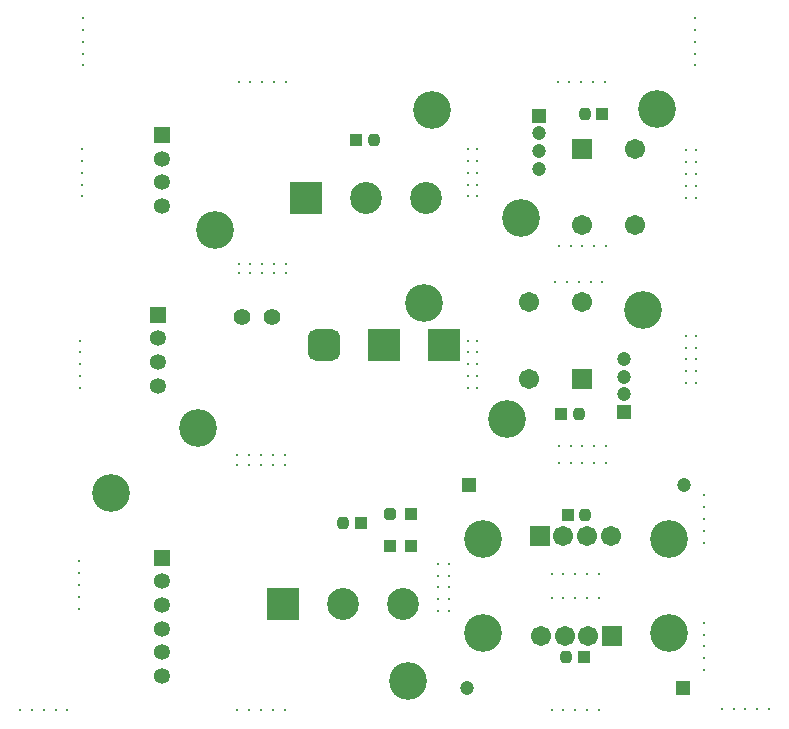
<source format=gbs>
G04*
G04 #@! TF.GenerationSoftware,Altium Limited,Altium Designer,20.1.8 (145)*
G04*
G04 Layer_Color=16711935*
%FSLAX25Y25*%
%MOIN*%
G70*
G04*
G04 #@! TF.SameCoordinates,DC3DFF13-D98B-404C-8633-9541E25296ED*
G04*
G04*
G04 #@! TF.FilePolarity,Negative*
G04*
G01*
G75*
%ADD22C,0.04724*%
%ADD23R,0.04724X0.04724*%
%ADD32R,0.04724X0.04724*%
%ADD45R,0.03950X0.03950*%
G04:AMPARAMS|DCode=46|XSize=39.5mil|YSize=39.5mil|CornerRadius=11.87mil|HoleSize=0mil|Usage=FLASHONLY|Rotation=180.000|XOffset=0mil|YOffset=0mil|HoleType=Round|Shape=RoundedRectangle|*
%AMROUNDEDRECTD46*
21,1,0.03950,0.01575,0,0,180.0*
21,1,0.01575,0.03950,0,0,180.0*
1,1,0.02375,-0.00787,0.00787*
1,1,0.02375,0.00787,0.00787*
1,1,0.02375,0.00787,-0.00787*
1,1,0.02375,-0.00787,-0.00787*
%
%ADD46ROUNDEDRECTD46*%
%ADD53C,0.00800*%
%ADD54C,0.00922*%
%ADD55C,0.06706*%
%ADD56R,0.06706X0.06706*%
%ADD57C,0.12611*%
%ADD58R,0.05328X0.05328*%
%ADD59C,0.05328*%
%ADD60R,0.10642X0.10642*%
%ADD61C,0.10642*%
%ADD62R,0.06706X0.06706*%
G04:AMPARAMS|DCode=63|XSize=106.42mil|YSize=106.42mil|CornerRadius=28.61mil|HoleSize=0mil|Usage=FLASHONLY|Rotation=270.000|XOffset=0mil|YOffset=0mil|HoleType=Round|Shape=RoundedRectangle|*
%AMROUNDEDRECTD63*
21,1,0.10642,0.04921,0,0,270.0*
21,1,0.04921,0.10642,0,0,270.0*
1,1,0.05721,-0.02461,-0.02461*
1,1,0.05721,-0.02461,0.02461*
1,1,0.05721,0.02461,0.02461*
1,1,0.05721,0.02461,-0.02461*
%
%ADD63ROUNDEDRECTD63*%
%ADD64C,0.05524*%
G04:AMPARAMS|DCode=65|XSize=41.47mil|YSize=39.5mil|CornerRadius=11.87mil|HoleSize=0mil|Usage=FLASHONLY|Rotation=270.000|XOffset=0mil|YOffset=0mil|HoleType=Round|Shape=RoundedRectangle|*
%AMROUNDEDRECTD65*
21,1,0.04147,0.01575,0,0,270.0*
21,1,0.01772,0.03950,0,0,270.0*
1,1,0.02375,-0.00787,-0.00886*
1,1,0.02375,-0.00787,0.00886*
1,1,0.02375,0.00787,0.00886*
1,1,0.02375,0.00787,-0.00886*
%
%ADD65ROUNDEDRECTD65*%
%ADD66R,0.03950X0.04147*%
D22*
X152252Y29921D02*
D03*
X224520Y97638D02*
D03*
X176164Y214764D02*
D03*
Y208858D02*
D03*
Y202953D02*
D03*
X204544Y127756D02*
D03*
Y133661D02*
D03*
Y139567D02*
D03*
D23*
X224126Y29921D02*
D03*
X152646Y97638D02*
D03*
D32*
X176164Y220669D02*
D03*
X204544Y121850D02*
D03*
D45*
X191142Y40157D02*
D03*
X185630Y87401D02*
D03*
X115157Y212598D02*
D03*
X197244Y221260D02*
D03*
X183465Y121260D02*
D03*
X116755Y84875D02*
D03*
D46*
X185236Y40157D02*
D03*
X191535Y87401D02*
D03*
X121063Y212598D02*
D03*
X191339Y221260D02*
D03*
X189370Y121260D02*
D03*
X110850Y84875D02*
D03*
D53*
X24016Y253150D02*
D03*
X252756Y22835D02*
D03*
X18898Y22441D02*
D03*
X196063Y67716D02*
D03*
Y59842D02*
D03*
X180315Y22441D02*
D03*
X231102Y51575D02*
D03*
Y94095D02*
D03*
X146063Y71260D02*
D03*
X198425Y104724D02*
D03*
X228346Y147244D02*
D03*
X225197D02*
D03*
X198425Y110630D02*
D03*
X181496Y165354D02*
D03*
X155512Y145669D02*
D03*
X182283Y231890D02*
D03*
X225197Y209055D02*
D03*
X228346D02*
D03*
X198425Y177165D02*
D03*
X155512Y209449D02*
D03*
X227953Y253150D02*
D03*
X152362Y209449D02*
D03*
X23622Y193701D02*
D03*
X75984Y231890D02*
D03*
Y168110D02*
D03*
X91732Y171260D02*
D03*
X152362Y145669D02*
D03*
X23228Y129921D02*
D03*
X91339Y107480D02*
D03*
X22835Y56299D02*
D03*
X91339Y22441D02*
D03*
X142520Y71260D02*
D03*
X75590Y104331D02*
D03*
D54*
X24016Y241339D02*
D03*
Y237402D02*
D03*
Y245276D02*
D03*
Y249213D02*
D03*
X240945Y22835D02*
D03*
X237008D02*
D03*
X244882D02*
D03*
X248819D02*
D03*
X7087Y22441D02*
D03*
X3150D02*
D03*
X11024D02*
D03*
X14961D02*
D03*
X192126Y67716D02*
D03*
X188189D02*
D03*
X180315D02*
D03*
X184252D02*
D03*
X192126Y59842D02*
D03*
X188189D02*
D03*
X180315D02*
D03*
X184252D02*
D03*
X192126Y22441D02*
D03*
X196063D02*
D03*
X188189D02*
D03*
X184252D02*
D03*
X231102Y47638D02*
D03*
Y43701D02*
D03*
Y35827D02*
D03*
Y39764D02*
D03*
Y82284D02*
D03*
Y78347D02*
D03*
Y86221D02*
D03*
Y90158D02*
D03*
X146063Y59449D02*
D03*
Y55512D02*
D03*
Y63386D02*
D03*
Y67323D02*
D03*
X186614Y104724D02*
D03*
X182677D02*
D03*
X190551D02*
D03*
X194488D02*
D03*
X228346Y143307D02*
D03*
Y139370D02*
D03*
Y131496D02*
D03*
Y135433D02*
D03*
X225197D02*
D03*
Y131496D02*
D03*
Y139370D02*
D03*
Y143307D02*
D03*
X194488Y110630D02*
D03*
X190551D02*
D03*
X182677D02*
D03*
X186614D02*
D03*
X185433Y165354D02*
D03*
X189370D02*
D03*
X197244D02*
D03*
X193307D02*
D03*
X155512Y133858D02*
D03*
Y129921D02*
D03*
Y137795D02*
D03*
Y141732D02*
D03*
X194095Y231890D02*
D03*
X198031D02*
D03*
X190157D02*
D03*
X186221D02*
D03*
X225197Y205118D02*
D03*
Y201181D02*
D03*
Y193307D02*
D03*
Y197244D02*
D03*
X228346D02*
D03*
Y193307D02*
D03*
Y201181D02*
D03*
Y205118D02*
D03*
X194488Y177165D02*
D03*
X190551D02*
D03*
X182677D02*
D03*
X186614D02*
D03*
X155512Y205512D02*
D03*
Y201575D02*
D03*
Y193701D02*
D03*
Y197638D02*
D03*
X227953Y241339D02*
D03*
Y237402D02*
D03*
Y245276D02*
D03*
Y249213D02*
D03*
X152362Y197638D02*
D03*
Y193701D02*
D03*
Y201575D02*
D03*
Y205512D02*
D03*
X23622D02*
D03*
Y209449D02*
D03*
Y201575D02*
D03*
Y197638D02*
D03*
X79921Y231890D02*
D03*
X83858D02*
D03*
X91732D02*
D03*
X87795D02*
D03*
X79921Y168110D02*
D03*
X83858D02*
D03*
X91732D02*
D03*
X87795D02*
D03*
X79921Y171260D02*
D03*
X75984D02*
D03*
X83858D02*
D03*
X87795D02*
D03*
X152362Y133858D02*
D03*
Y129921D02*
D03*
Y137795D02*
D03*
Y141732D02*
D03*
X23228Y133858D02*
D03*
Y137795D02*
D03*
Y145669D02*
D03*
Y141732D02*
D03*
X87402Y107480D02*
D03*
X83464D02*
D03*
X75590D02*
D03*
X79527D02*
D03*
X22835Y68110D02*
D03*
Y72047D02*
D03*
Y64173D02*
D03*
Y60236D02*
D03*
X87402Y22441D02*
D03*
X83464D02*
D03*
X75590D02*
D03*
X79527D02*
D03*
X142520Y67323D02*
D03*
Y63386D02*
D03*
Y55512D02*
D03*
Y59449D02*
D03*
X87402Y104331D02*
D03*
X91339D02*
D03*
X83464D02*
D03*
X79527D02*
D03*
D55*
X176772Y47047D02*
D03*
X192520D02*
D03*
X184646D02*
D03*
X200000Y80512D02*
D03*
X184252D02*
D03*
X192126D02*
D03*
X208071Y209646D02*
D03*
Y184055D02*
D03*
X190354D02*
D03*
X172638Y132874D02*
D03*
Y158465D02*
D03*
X190354D02*
D03*
D56*
X200394Y47047D02*
D03*
X176378Y80512D02*
D03*
D57*
X219291Y48031D02*
D03*
X157480D02*
D03*
X157480Y79527D02*
D03*
X219291D02*
D03*
X140476Y222370D02*
D03*
X68110Y182677D02*
D03*
X170079Y186614D02*
D03*
X215354Y222835D02*
D03*
X210630Y155905D02*
D03*
X165354Y119685D02*
D03*
X33465Y94882D02*
D03*
X132283Y32283D02*
D03*
X62579Y116595D02*
D03*
X137795Y158268D02*
D03*
D58*
X50394Y214224D02*
D03*
Y73307D02*
D03*
X49213Y154331D02*
D03*
D59*
X50394Y206323D02*
D03*
Y198425D02*
D03*
Y190524D02*
D03*
Y33807D02*
D03*
Y41709D02*
D03*
Y49606D02*
D03*
Y57508D02*
D03*
Y65405D02*
D03*
X49213Y146429D02*
D03*
Y138531D02*
D03*
Y130630D02*
D03*
D60*
X98504Y193290D02*
D03*
X90630Y57874D02*
D03*
X124336Y144095D02*
D03*
X144336D02*
D03*
D61*
X118504Y193290D02*
D03*
X138504D02*
D03*
X130630Y57874D02*
D03*
X110630D02*
D03*
D62*
X190354Y209646D02*
D03*
X190354Y132874D02*
D03*
D63*
X104336Y144095D02*
D03*
D64*
X87165Y153543D02*
D03*
X77165D02*
D03*
D65*
X126378Y87918D02*
D03*
D66*
X133465D02*
D03*
X126378Y77092D02*
D03*
X133465D02*
D03*
M02*

</source>
